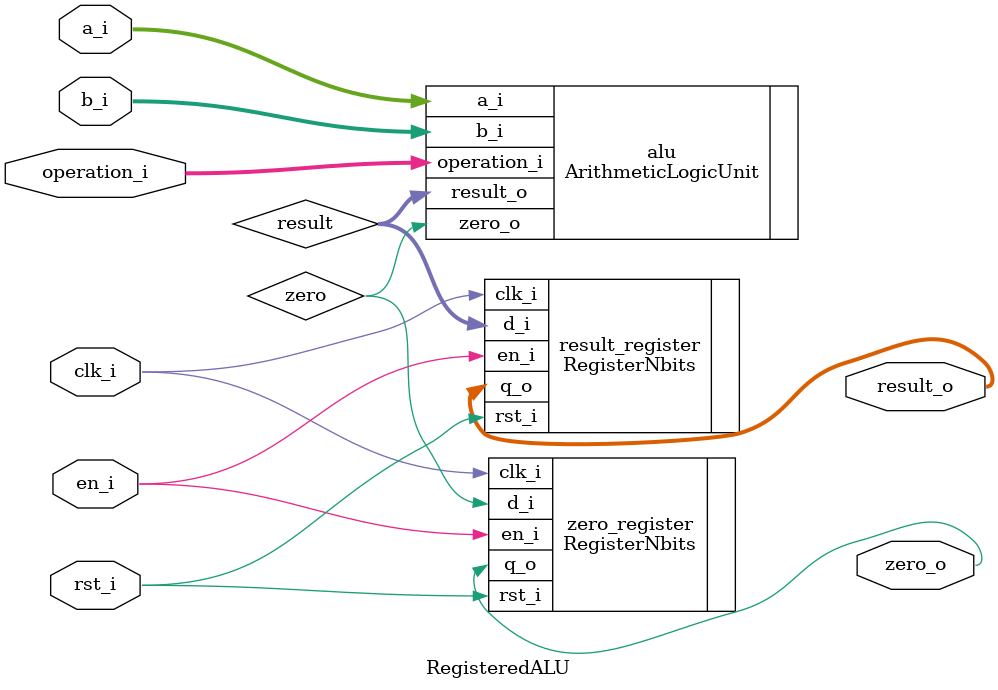
<source format=v>
module RegisteredALU (
    input rst_i,
    input clk_i,
    input en_i,
    input [7:0] a_i,
    input [7:0] b_i,
    input [2:0] operation_i,
    output zero_o,
    output [7:0] result_o
);
    // Internal signals
    wire [7:0] result;
    wire zero;

    // Instance of ArithmeticLogicUnit
    ArithmeticLogicUnit alu (
        .a_i(a_i),
        .b_i(b_i),
        .operation_i(operation_i),
        .zero_o(zero),
        .result_o(result)
    );

    // Instance of an 8-bit register to hold the result
    RegisterNbits #(.SIZE(8)) result_register (
        .rst_i(rst_i),
        .clk_i(clk_i),
        .en_i(en_i),
        .d_i(result),
        .q_o(result_o)
    );

    // Instance of a 1-bit register to hold the zero flag
    RegisterNbits #(.SIZE(1)) zero_register (
        .rst_i(rst_i),
        .clk_i(clk_i),
        .en_i(en_i),
        .d_i(zero),
        .q_o(zero_o)
    );
    
    // Bloque para generar VCD
    initial begin
        $dumpfile("starticarus.vcd");
        $dumpvars(0, RegisteredALU);
    end
    
endmodule


</source>
